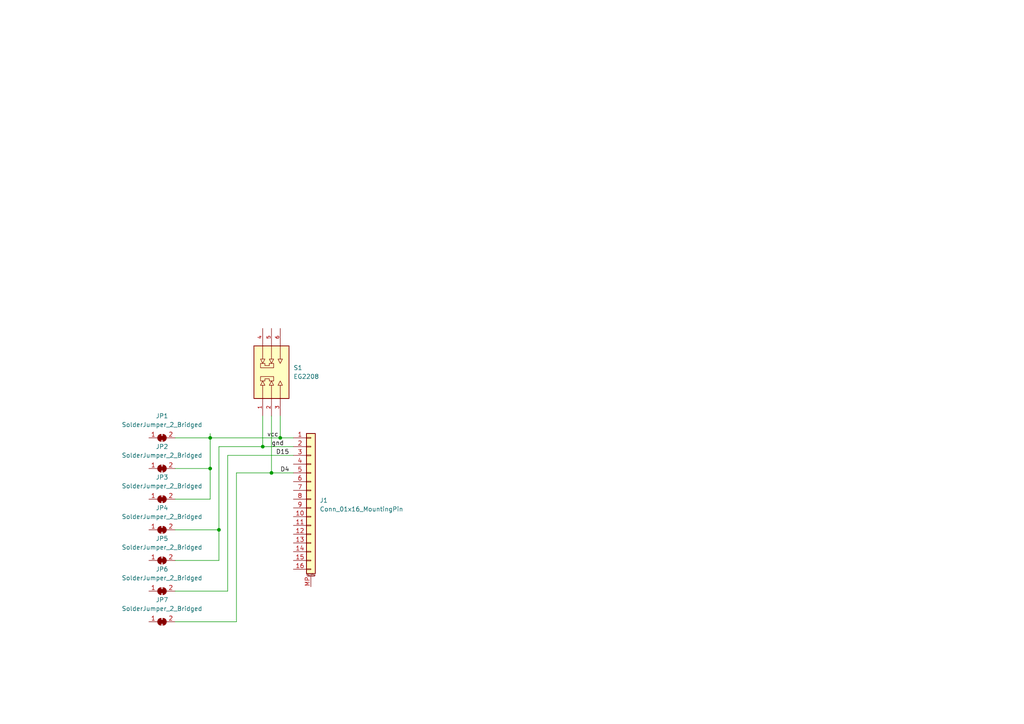
<source format=kicad_sch>
(kicad_sch (version 20230121) (generator eeschema)
  (paper "A4")
  (lib_symbols
    (symbol "Connector_Generic_MountingPin:Conn_01x16_MountingPin" (pin_names (offset 1.016) hide)
      (property "Reference" "J" (at 0 20.32 0))
      (property "Value" "Conn_01x16_MountingPin" (at 1.27 -22.86 0))
      (symbol "Conn_01x16_MountingPin_1_1"
        (rectangle (start -1.27 -20.193) (end 0 -20.447) (stroke (width 0.1524)))
        (rectangle (start -1.27 -17.653) (end 0 -17.907) (stroke (width 0.1524)))
        (rectangle (start -1.27 -15.113) (end 0 -15.367) (stroke (width 0.1524)))
        (rectangle (start -1.27 -12.573) (end 0 -12.827) (stroke (width 0.1524)))
        (rectangle (start -1.27 -10.033) (end 0 -10.287) (stroke (width 0.1524)))
        (rectangle (start -1.27 -7.493) (end 0 -7.747) (stroke (width 0.1524)))
        (rectangle (start -1.27 -4.953) (end 0 -5.207) (stroke (width 0.1524)))
        (rectangle (start -1.27 -2.413) (end 0 -2.667) (stroke (width 0.1524)))
        (rectangle (start -1.27 0.127) (end 0 -0.127) (stroke (width 0.1524)))
        (rectangle (start -1.27 2.667) (end 0 2.413) (stroke (width 0.1524)))
        (rectangle (start -1.27 5.207) (end 0 4.953) (stroke (width 0.1524)))
        (rectangle (start -1.27 7.747) (end 0 7.493) (stroke (width 0.1524)))
        (rectangle (start -1.27 10.287) (end 0 10.033) (stroke (width 0.1524)))
        (rectangle (start -1.27 12.827) (end 0 12.573) (stroke (width 0.1524)))
        (rectangle (start -1.27 15.367) (end 0 15.113) (stroke (width 0.1524)))
        (rectangle (start -1.27 17.907) (end 0 17.653) (stroke (width 0.1524)))
        (rectangle (start -1.27 19.05) (end 1.27 -21.59) (stroke (width 0.254)) (fill (type background)))
        (polyline (pts (xy -1.016 -22.352) (xy 1.016 -22.352)) (stroke (width 0.1524)))
        (text "Mounting" (at 0 -21.971 0) (effects (font (size 0.381 0.381))))
        (pin passive line (at -5.08 17.78 0) (length 3.81) (name "Pin_1") (number "1"))
        (pin passive line (at -5.08 -5.08 0) (length 3.81) (name "Pin_10") (number "10"))
        (pin passive line (at -5.08 -7.62 0) (length 3.81) (name "Pin_11") (number "11"))
        (pin passive line (at -5.08 -10.16 0) (length 3.81) (name "Pin_12") (number "12"))
        (pin passive line (at -5.08 -12.7 0) (length 3.81) (name "Pin_13") (number "13"))
        (pin passive line (at -5.08 -15.24 0) (length 3.81) (name "Pin_14") (number "14"))
        (pin passive line (at -5.08 -17.78 0) (length 3.81) (name "Pin_15") (number "15"))
        (pin passive line (at -5.08 -20.32 0) (length 3.81) (name "Pin_16") (number "16"))
        (pin passive line (at -5.08 15.24 0) (length 3.81) (name "Pin_2") (number "2"))
        (pin passive line (at -5.08 12.7 0) (length 3.81) (name "Pin_3") (number "3"))
        (pin passive line (at -5.08 10.16 0) (length 3.81) (name "Pin_4") (number "4"))
        (pin passive line (at -5.08 7.62 0) (length 3.81) (name "Pin_5") (number "5"))
        (pin passive line (at -5.08 5.08 0) (length 3.81) (name "Pin_6") (number "6"))
        (pin passive line (at -5.08 2.54 0) (length 3.81) (name "Pin_7") (number "7"))
        (pin passive line (at -5.08 0 0) (length 3.81) (name "Pin_8") (number "8"))
        (pin passive line (at -5.08 -2.54 0) (length 3.81) (name "Pin_9") (number "9"))
        (pin passive line (at 0 -25.4 90) (length 3.048) (name "MountPin") (number "MP"))
      )
    )
    (symbol "EG2208:EG2208" (pin_names (offset 1.016) hide)
      (property "Reference" "S" (at -7.62 6.35 0))
      (property "Value" "EG2208" (at -7.62 -7.62 0))
      (symbol "EG2208_0_0"
        (rectangle (start -7.62 -5.08) (end 7.62 5.08) (stroke (width 0.254)) (fill (type background)))
        (polyline (pts (xy -7.62 -2.54) (xy -3.81 -2.54)) (stroke (width 0.1524)))
        (polyline (pts (xy -7.62 0) (xy -3.81 0)) (stroke (width 0.1524)))
        (polyline (pts (xy -7.62 2.54) (xy -3.81 2.54)) (stroke (width 0.1524)))
        (polyline (pts (xy 7.62 -2.54) (xy 3.81 -2.54)) (stroke (width 0.1524)))
        (polyline (pts (xy 7.62 0) (xy 3.81 0)) (stroke (width 0.1524)))
        (polyline (pts (xy 7.62 2.54) (xy 3.81 2.54)) (stroke (width 0.1524)))
        (polyline (pts (xy -3.81 -1.905) (xy -3.81 -3.175) (xy -2.54 -2.54) (xy -3.81 -1.905)) (stroke (width 0.1524)) (fill (type background)))
        (polyline (pts (xy -3.81 0.635) (xy -3.81 -0.635) (xy -2.54 0) (xy -3.81 0.635)) (stroke (width 0.1524)) (fill (type background)))
        (polyline (pts (xy -3.81 3.175) (xy -3.81 1.905) (xy -2.54 2.54) (xy -3.81 3.175)) (stroke (width 0.1524)) (fill (type background)))
        (polyline (pts (xy 3.81 -3.175) (xy 3.81 -1.905) (xy 2.54 -2.54) (xy 3.81 -3.175)) (stroke (width 0.1524)) (fill (type background)))
        (polyline (pts (xy 3.81 -0.635) (xy 3.81 0.635) (xy 2.54 0) (xy 3.81 -0.635)) (stroke (width 0.1524)) (fill (type background)))
        (polyline (pts (xy 3.81 1.905) (xy 3.81 3.175) (xy 2.54 2.54) (xy 3.81 1.905)) (stroke (width 0.1524)) (fill (type background)))
        (polyline (pts (xy -2.54 1.905) (xy -2.54 3.175) (xy -1.27 3.175) (xy -1.27 -0.635) (xy -2.54 -0.635) (xy -2.54 0.635) (xy -1.905 0.635) (xy -1.905 1.905) (xy -2.54 1.905)) (stroke (width 0.1524)) (fill (type background)))
        (polyline (pts (xy 2.54 0.635) (xy 2.54 -0.635) (xy 1.27 -0.635) (xy 1.27 3.175) (xy 2.54 3.175) (xy 2.54 1.905) (xy 1.905 1.905) (xy 1.905 0.635) (xy 2.54 0.635)) (stroke (width 0.1524)) (fill (type background)))
        (pin passive line (at -12.7 2.54 0) (length 5.08) (name "~") (number "1"))
        (pin passive line (at -12.7 0 0) (length 5.08) (name "~") (number "2"))
        (pin passive line (at -12.7 -2.54 0) (length 5.08) (name "~") (number "3"))
        (pin passive line (at 12.7 2.54 180) (length 5.08) (name "~") (number "4"))
        (pin passive line (at 12.7 0 180) (length 5.08) (name "~") (number "5"))
        (pin passive line (at 12.7 -2.54 180) (length 5.08) (name "~") (number "6"))
      )
    )
    (symbol "Jumper:SolderJumper_2_Bridged" (pin_names (offset 0) hide)
      (property "Reference" "JP" (at 0 2.032 0))
      (property "Value" "SolderJumper_2_Bridged" (at 0 -2.54 0))
      (symbol "SolderJumper_2_Bridged_0_1"
        (rectangle (start -0.508 0.508) (end 0.508 -0.508) (fill (type outline)))
        (arc (start -0.254 1.016) (mid -1.2656 0) (end -0.254 -1.016))
        (arc (start -0.254 1.016) (mid -1.2656 0) (end -0.254 -1.016) (fill (type outline)))
        (polyline (pts (xy -0.254 1.016) (xy -0.254 -1.016)))
        (polyline (pts (xy 0.254 1.016) (xy 0.254 -1.016)))
        (arc (start 0.254 -1.016) (mid 1.2656 0) (end 0.254 1.016))
        (arc (start 0.254 -1.016) (mid 1.2656 0) (end 0.254 1.016) (fill (type outline)))
      )
      (symbol "SolderJumper_2_Bridged_1_1"
        (pin passive line (at -3.81 0 0) (length 2.54) (name "A") (number "1"))
        (pin passive line (at 3.81 0 180) (length 2.54) (name "B") (number "2"))
      )
    )
  )
  (junction (at 60.96 127))
  (junction (at 76.2 129.54))
  (junction (at 63.5 153.67))
  (junction (at 60.96 135.89))
  (junction (at 78.74 137.16))
  (junction (at 81.28 127))
  (wire (pts (xy 50.8 127) (xy 60.96 127)))
  (wire (pts (xy 76.2 129.54) (xy 85.09 129.54)))
  (wire (pts (xy 76.2 120.65) (xy 76.2 129.54)))
  (wire (pts (xy 78.74 120.65) (xy 78.74 137.16)))
  (wire (pts (xy 63.5 129.54) (xy 76.2 129.54)))
  (wire (pts (xy 63.5 129.54) (xy 63.5 153.67)))
  (wire (pts (xy 68.58 137.16) (xy 78.74 137.16)))
  (wire (pts (xy 66.04 171.45) (xy 50.8 171.45)))
  (wire (pts (xy 78.74 137.16) (xy 85.09 137.16)))
  (wire (pts (xy 68.58 137.16) (xy 68.58 180.34)))
  (wire (pts (xy 63.5 162.56) (xy 50.8 162.56)))
  (wire (pts (xy 63.5 153.67) (xy 63.5 162.56)))
  (wire (pts (xy 68.58 180.34) (xy 50.8 180.34)))
  (wire (pts (xy 50.8 153.67) (xy 63.5 153.67)))
  (wire (pts (xy 50.8 135.89) (xy 60.96 135.89)))
  (wire (pts (xy 66.04 132.08) (xy 85.09 132.08)))
  (wire (pts (xy 60.96 127) (xy 81.28 127)))
  (wire (pts (xy 81.28 120.65) (xy 81.28 127)))
  (wire (pts (xy 60.96 127) (xy 60.96 135.89)))
  (wire (pts (xy 81.28 127) (xy 85.09 127)))
  (wire (pts (xy 66.04 132.08) (xy 66.04 171.45)))
  (wire (pts (xy 50.8 144.78) (xy 60.96 144.78)))
  (wire (pts (xy 60.96 144.78) (xy 60.96 135.89)))
  (wire (pts (xy 60.96 125.73) (xy 60.96 127)))
  (label "D4" (at 81.28 137.16 0))
  (label "gnd" (at 78.74 129.54 0))
  (label "D15" (at 80.01 132.08 0))
  (label "vcc" (at 77.47 127 0))
  (symbol (lib_id "Jumper:SolderJumper_2_Bridged") (at 46.99 127 0) (unit 1)
    (property "Reference" "JP1" (at 46.99 120.65 0))
    (property "Value" "SolderJumper_2_Bridged" (at 46.99 123.19 0))
    (property "Footprint" "Connector_Wire:SolderWirePad_1x01_SMD_1x4mm" (effects hide))
  )
  (symbol (lib_id "Jumper:SolderJumper_2_Bridged") (at 46.99 153.67 0) (unit 1)
    (property "Reference" "JP4" (at 46.99 147.32 0))
    (property "Value" "SolderJumper_2_Bridged" (at 46.99 149.86 0))
    (property "Footprint" "Connector_Wire:SolderWirePad_1x01_SMD_1x4mm" (effects hide))
  )
  (symbol (lib_id "Jumper:SolderJumper_2_Bridged") (at 46.99 135.89 0) (unit 1)
    (property "Reference" "JP2" (at 46.99 129.54 0))
    (property "Value" "SolderJumper_2_Bridged" (at 46.99 132.08 0))
    (property "Footprint" "Connector_Wire:SolderWirePad_1x01_SMD_1x4mm" (effects hide))
  )
  (symbol (lib_id "Connector_Generic_MountingPin:Conn_01x16_MountingPin") (at 90.17 144.78 0) (unit 1)
    (property "Reference" "J1" (at 92.71 145.1356 0) (effects (justify left)))
    (property "Value" "Conn_01x16_MountingPin" (at 92.71 147.6756 0) (effects (justify left)))
    (property "Footprint" "Connector_PinHeader_1.00mm:PinHeader_1x16_P1.00mm_Vertical" (effects hide))
  )
  (symbol (lib_id "Jumper:SolderJumper_2_Bridged") (at 46.99 144.78 0) (unit 1)
    (property "Reference" "JP3" (at 46.99 138.43 0))
    (property "Value" "SolderJumper_2_Bridged" (at 46.99 140.97 0))
    (property "Footprint" "Connector_Wire:SolderWirePad_1x01_SMD_1x4mm" (effects hide))
  )
  (symbol (lib_id "Jumper:SolderJumper_2_Bridged") (at 46.99 180.34 0) (unit 1)
    (property "Reference" "JP7" (at 46.99 173.99 0))
    (property "Value" "SolderJumper_2_Bridged" (at 46.99 176.53 0))
    (property "Footprint" "Connector_Wire:SolderWirePad_1x01_SMD_1x4mm" (effects hide))
  )
  (symbol (lib_id "Jumper:SolderJumper_2_Bridged") (at 46.99 162.56 0) (unit 1)
    (property "Reference" "JP5" (at 46.99 156.21 0))
    (property "Value" "SolderJumper_2_Bridged" (at 46.99 158.75 0))
    (property "Footprint" "Connector_Wire:SolderWirePad_1x01_SMD_1x4mm" (effects hide))
  )
  (symbol (lib_id "Jumper:SolderJumper_2_Bridged") (at 46.99 171.45 0) (unit 1)
    (property "Reference" "JP6" (at 46.99 165.1 0))
    (property "Value" "SolderJumper_2_Bridged" (at 46.99 167.64 0))
    (property "Footprint" "Connector_Wire:SolderWirePad_1x01_SMD_1x4mm" (effects hide))
  )
  (symbol (lib_id "EG2208:EG2208") (at 78.74 107.95 90) (unit 1)
    (property "Reference" "S1" (at 85.09 106.68 90) (effects (justify right)))
    (property "Value" "EG2208" (at 85.09 109.22 90) (effects (justify right)))
    (property "Footprint" "switch-EG2208:SW_EG2208" (effects hide))
    (property "PARTREV" "C" (effects hide))
    (property "MANUFACTURER" "E-Switch" (effects hide))
    (property "MAXIMUM_PACKAGE_HEIGHT" "5.0 mm" (effects hide))
    (property "STANDARD" "Manufacturer Recommendations" (effects hide))
  )
)
</source>
